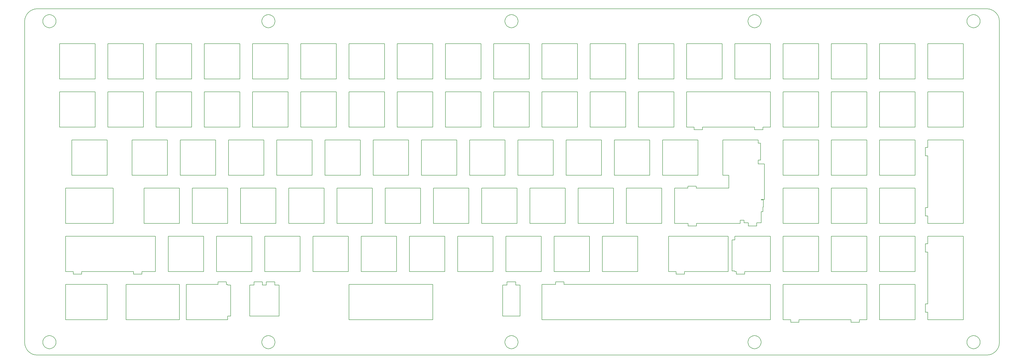
<source format=gbr>
G04 #@! TF.GenerationSoftware,KiCad,Pcbnew,(5.0.0)*
G04 #@! TF.CreationDate,2018-07-31T18:48:34-04:00*
G04 #@! TF.ProjectId,top_plate,746F705F706C6174652E6B696361645F,rev?*
G04 #@! TF.SameCoordinates,Original*
G04 #@! TF.FileFunction,Profile,NP*
%FSLAX46Y46*%
G04 Gerber Fmt 4.6, Leading zero omitted, Abs format (unit mm)*
G04 Created by KiCad (PCBNEW (5.0.0)) date 07/31/18 18:48:34*
%MOMM*%
%LPD*%
G01*
G04 APERTURE LIST*
G04 #@! TA.AperFunction,NonConductor*
%ADD10C,0.200000*%
G04 #@! TD*
G04 APERTURE END LIST*
D10*
G04 #@! TO.C,R1*
X252900000Y-8200000D02*
X252458300Y-8439700D01*
X152846300Y-6044000D02*
X152899100Y-5520000D01*
X152899100Y-5520000D02*
X153050600Y-5032000D01*
X253284800Y-4205500D02*
X253602300Y-4590300D01*
X251446300Y-3444000D02*
X251970300Y-3496800D01*
X153607800Y-4205500D02*
X153992600Y-3888000D01*
X155446300Y-3444000D02*
X155446300Y-3444000D01*
X253842000Y-7056000D02*
X253602300Y-7497700D01*
X153050600Y-5032000D02*
X153290300Y-4590300D01*
X154922300Y-3496800D02*
X155446300Y-3444000D01*
X251970300Y-3496800D02*
X252458300Y-3648300D01*
X253842000Y-5032000D02*
X253993500Y-5520000D01*
X154434300Y-3648300D02*
X154922300Y-3496800D01*
X252900000Y-3888000D02*
X253284800Y-4205500D01*
X254046300Y-6044000D02*
X253993500Y-6568000D01*
X253993500Y-6568000D02*
X253842000Y-7056000D01*
X253602300Y-7497700D02*
X253284800Y-7882500D01*
X253284800Y-7882500D02*
X252900000Y-8200000D01*
X153992600Y-3888000D02*
X154434300Y-3648300D01*
X253602300Y-4590300D02*
X253842000Y-5032000D01*
X253993500Y-5520000D02*
X254046300Y-6044000D01*
X153290300Y-4590300D02*
X153607800Y-4205500D01*
X252458300Y-3648300D02*
X252900000Y-3888000D01*
X156900000Y-135200000D02*
X156458300Y-135439700D01*
X157993500Y-132520000D02*
X158046300Y-133044000D01*
X58434400Y-135439700D02*
X57992700Y-135200000D01*
X57607900Y-134882500D02*
X57290400Y-134497700D01*
X57992700Y-130888000D02*
X58434400Y-130648300D01*
X58922400Y-130496800D02*
X59446400Y-130444000D01*
X155446300Y-130444000D02*
X155970300Y-130496800D01*
X154922300Y-135591200D02*
X154434300Y-135439700D01*
X153992600Y-135200000D02*
X153607800Y-134882500D01*
X57050700Y-134056000D02*
X56899200Y-133568000D01*
X155446300Y-135644000D02*
X154922300Y-135591200D01*
X61993600Y-133568000D02*
X61842100Y-134056000D01*
X61842100Y-134056000D02*
X61602400Y-134497700D01*
X61284900Y-134882500D02*
X60900100Y-135200000D01*
X56899200Y-132520000D02*
X57050700Y-132032000D01*
X57992700Y-135200000D02*
X57607900Y-134882500D01*
X57290400Y-131590300D02*
X57607900Y-131205500D01*
X156900000Y-130888000D02*
X157284800Y-131205500D01*
X62046400Y-133044000D02*
X61993600Y-133568000D01*
X56846400Y-133044000D02*
X56899200Y-132520000D01*
X157842000Y-132032000D02*
X157993500Y-132520000D01*
X157602300Y-131590300D02*
X157842000Y-132032000D01*
X158046300Y-133044000D02*
X157993500Y-133568000D01*
X157602300Y-134497700D02*
X157284800Y-134882500D01*
X155970300Y-135591200D02*
X155446300Y-135644000D01*
X61602400Y-134497700D02*
X61284900Y-134882500D01*
X60900100Y-135200000D02*
X60458400Y-135439700D01*
X61993600Y-132520000D02*
X62046400Y-133044000D01*
X59970400Y-135591200D02*
X59446400Y-135644000D01*
X59446400Y-135644000D02*
X58922400Y-135591200D01*
X58922400Y-135591200D02*
X58434400Y-135439700D01*
X58434400Y-130648300D02*
X58922400Y-130496800D01*
X155970300Y-130496800D02*
X156458300Y-130648300D01*
X57290400Y-134497700D02*
X57050700Y-134056000D01*
X60458400Y-135439700D02*
X59970400Y-135591200D01*
X57050700Y-132032000D02*
X57290400Y-131590300D01*
X157842000Y-134056000D02*
X157602300Y-134497700D01*
X156458300Y-130648300D02*
X156900000Y-130888000D01*
X157993500Y-133568000D02*
X157842000Y-134056000D01*
X157284800Y-131205500D02*
X157602300Y-131590300D01*
X157284800Y-134882500D02*
X156900000Y-135200000D01*
X156458300Y-135439700D02*
X155970300Y-135591200D01*
X59446400Y-130444000D02*
X59446400Y-130444000D01*
X154434300Y-135439700D02*
X153992600Y-135200000D01*
X56899200Y-133568000D02*
X56846400Y-133044000D01*
X57607900Y-131205500D02*
X57992700Y-130888000D01*
X-31842200Y-138149700D02*
X-32847700Y-138047800D01*
X-33785200Y-137755700D02*
X-34634400Y-137293800D01*
X-34634400Y-137293800D02*
X-35374800Y-136682400D01*
X343158000Y-138149700D02*
X-31842200Y-138149700D01*
X-32847700Y-138047800D02*
X-33785200Y-137755700D01*
X249290300Y-131590300D02*
X249607800Y-131205500D01*
X250434300Y-130648300D02*
X250922300Y-130496800D01*
X254046300Y-133044000D02*
X253993500Y-133568000D01*
X253842000Y-134056000D02*
X253602300Y-134497700D01*
X249992600Y-135200000D02*
X249607800Y-134882500D01*
X249290300Y-134497700D02*
X249050600Y-134056000D01*
X250922300Y-130496800D02*
X251446300Y-130444000D01*
X251446300Y-130444000D02*
X251446300Y-130444000D01*
X153290300Y-134497700D02*
X153050600Y-134056000D01*
X253284800Y-134882500D02*
X252900000Y-135200000D01*
X153290300Y-131590300D02*
X153607800Y-131205500D01*
X154922300Y-130496800D02*
X155446300Y-130444000D01*
X251446300Y-130444000D02*
X251970300Y-130496800D01*
X153992600Y-130888000D02*
X154434300Y-130648300D01*
X252458300Y-130648300D02*
X252900000Y-130888000D01*
X253993500Y-133568000D02*
X253842000Y-134056000D01*
X154434300Y-130648300D02*
X154922300Y-130496800D01*
X251970300Y-135591200D02*
X251446300Y-135644000D01*
X252458300Y-135439700D02*
X251970300Y-135591200D01*
X250922300Y-135591200D02*
X250434300Y-135439700D01*
X248846300Y-133044000D02*
X248899100Y-132520000D01*
X249050600Y-132032000D02*
X249290300Y-131590300D01*
X153607800Y-131205500D02*
X153992600Y-130888000D01*
X153050600Y-134056000D02*
X152899100Y-133568000D01*
X152846300Y-133044000D02*
X152899100Y-132520000D01*
X251970300Y-130496800D02*
X252458300Y-130648300D01*
X252900000Y-130888000D02*
X253284800Y-131205500D01*
X253602300Y-131590300D02*
X253842000Y-132032000D01*
X155446300Y-130444000D02*
X155446300Y-130444000D01*
X153607800Y-134882500D02*
X153290300Y-134497700D01*
X253842000Y-132032000D02*
X253993500Y-132520000D01*
X253993500Y-132520000D02*
X254046300Y-133044000D01*
X249607800Y-134882500D02*
X249290300Y-134497700D01*
X152899100Y-133568000D02*
X152846300Y-133044000D01*
X152899100Y-132520000D02*
X153050600Y-132032000D01*
X253284800Y-131205500D02*
X253602300Y-131590300D01*
X253602300Y-134497700D02*
X253284800Y-134882500D01*
X251446300Y-135644000D02*
X250922300Y-135591200D01*
X248899100Y-133568000D02*
X248846300Y-133044000D01*
X248899100Y-132520000D02*
X249050600Y-132032000D01*
X249607800Y-131205500D02*
X249992600Y-130888000D01*
X249992600Y-130888000D02*
X250434300Y-130648300D01*
X249050600Y-134056000D02*
X248899100Y-133568000D01*
X153050600Y-132032000D02*
X153290300Y-131590300D01*
X252900000Y-135200000D02*
X252458300Y-135439700D01*
X250434300Y-135439700D02*
X249992600Y-135200000D01*
X339784800Y-4205500D02*
X340102300Y-4590300D01*
X340546300Y-6044000D02*
X340493500Y-6568000D01*
X337946300Y-8644000D02*
X337422300Y-8591200D01*
X340342000Y-7056000D02*
X340102300Y-7497700D01*
X340102300Y-7497700D02*
X339784800Y-7882500D01*
X339400000Y-8200000D02*
X338958300Y-8439700D01*
X338958300Y-8439700D02*
X338470300Y-8591200D01*
X336934300Y-8439700D02*
X336492600Y-8200000D01*
X335346300Y-6044000D02*
X335399100Y-5520000D01*
X340102300Y-4590300D02*
X340342000Y-5032000D01*
X340342000Y-5032000D02*
X340493500Y-5520000D01*
X340493500Y-5520000D02*
X340546300Y-6044000D01*
X339784800Y-7882500D02*
X339400000Y-8200000D01*
X338470300Y-8591200D02*
X337946300Y-8644000D01*
X337422300Y-8591200D02*
X336934300Y-8439700D01*
X335790300Y-7497700D02*
X335550600Y-7056000D01*
X335399100Y-6568000D02*
X335346300Y-6044000D01*
X336107800Y-7882500D02*
X335790300Y-7497700D01*
X335399100Y-5520000D02*
X335550600Y-5032000D01*
X335550600Y-5032000D02*
X335790300Y-4590300D01*
X340493500Y-6568000D02*
X340342000Y-7056000D01*
X336492600Y-8200000D02*
X336107800Y-7882500D01*
X335550600Y-7056000D02*
X335399100Y-6568000D01*
X-26041700Y-8439700D02*
X-26529700Y-8591200D01*
X-29209700Y-7497700D02*
X-29449400Y-7056000D01*
X-29449400Y-7056000D02*
X-29600900Y-6568000D01*
X-28892200Y-7882500D02*
X-29209700Y-7497700D01*
X-27053700Y-8644000D02*
X-27577700Y-8591200D01*
X-26529700Y-8591200D02*
X-27053700Y-8644000D01*
X-28065700Y-8439700D02*
X-28507400Y-8200000D01*
X-27577700Y-8591200D02*
X-28065700Y-8439700D01*
X-25215200Y-7882500D02*
X-25600000Y-8200000D01*
X-25600000Y-8200000D02*
X-26041700Y-8439700D01*
X-28507400Y-8200000D02*
X-28892200Y-7882500D01*
X59446400Y-8644000D02*
X58922400Y-8591200D01*
X58922400Y-8591200D02*
X58434400Y-8439700D01*
X61284900Y-7882500D02*
X60900100Y-8200000D01*
X57992700Y-8200000D02*
X57607900Y-7882500D01*
X57290400Y-7497700D02*
X57050700Y-7056000D01*
X60900100Y-8200000D02*
X60458400Y-8439700D01*
X59970400Y-8591200D02*
X59446400Y-8644000D01*
X58434400Y-8439700D02*
X57992700Y-8200000D01*
X57050700Y-7056000D02*
X56899200Y-6568000D01*
X57607900Y-7882500D02*
X57290400Y-7497700D01*
X60458400Y-8439700D02*
X59970400Y-8591200D01*
X249992600Y-8200000D02*
X249607800Y-7882500D01*
X249607800Y-4205500D02*
X249992600Y-3888000D01*
X249290300Y-7497700D02*
X249050600Y-7056000D01*
X338958300Y-3648300D02*
X339400000Y-3888000D01*
X337946300Y-3444000D02*
X338470300Y-3496800D01*
X249607800Y-7882500D02*
X249290300Y-7497700D01*
X248846300Y-6044000D02*
X248899100Y-5520000D01*
X249290300Y-4590300D02*
X249607800Y-4205500D01*
X251970300Y-8591200D02*
X251446300Y-8644000D01*
X251446300Y-3444000D02*
X251446300Y-3444000D01*
X338470300Y-3496800D02*
X338958300Y-3648300D01*
X250434300Y-8439700D02*
X249992600Y-8200000D01*
X250922300Y-8591200D02*
X250434300Y-8439700D01*
X249050600Y-5032000D02*
X249290300Y-4590300D01*
X252458300Y-8439700D02*
X251970300Y-8591200D01*
X249050600Y-7056000D02*
X248899100Y-6568000D01*
X249992600Y-3888000D02*
X250434300Y-3648300D01*
X250922300Y-3496800D02*
X251446300Y-3444000D01*
X251446300Y-8644000D02*
X250922300Y-8591200D01*
X248899100Y-6568000D02*
X248846300Y-6044000D01*
X248899100Y-5520000D02*
X249050600Y-5032000D01*
X339400000Y-3888000D02*
X339784800Y-4205500D01*
X250434300Y-3648300D02*
X250922300Y-3496800D01*
X245788800Y-84818400D02*
X247313800Y-84818400D01*
X254063800Y-76768400D02*
X254063800Y-76543400D01*
X241313800Y-67018400D02*
X241313800Y-72068400D01*
X-1861200Y-86068400D02*
X-1861200Y-72068400D01*
X24332800Y-72068400D02*
X10332800Y-72068400D01*
X29382800Y-72068400D02*
X29382800Y-72068400D01*
X48432800Y-86068400D02*
X62432800Y-86068400D01*
X62432800Y-72068400D02*
X48432800Y-72068400D01*
X67482800Y-72068400D02*
X67482800Y-86068400D01*
X81482800Y-86068400D02*
X81482800Y-72068400D01*
X67482800Y-72068400D02*
X67482800Y-72068400D01*
X86532800Y-86068400D02*
X100532800Y-86068400D01*
X253843800Y-54268400D02*
X252932800Y-54268400D01*
X252338800Y-87038400D02*
X252338800Y-85838400D01*
X228395300Y-72068400D02*
X228395300Y-72068400D01*
X10332800Y-72068400D02*
X10332800Y-72068400D01*
X228537800Y-86068400D02*
X245788800Y-86068400D01*
X228537800Y-87038400D02*
X228537800Y-86068400D01*
X254888800Y-76768400D02*
X254063800Y-76768400D01*
X255313800Y-62543400D02*
X252932800Y-62543400D01*
X-20623200Y-72068400D02*
X-20623200Y-86068400D01*
X10332800Y-86068400D02*
X24332800Y-86068400D01*
X24332800Y-86068400D02*
X24332800Y-72068400D01*
X238932800Y-67018400D02*
X241313800Y-67018400D01*
X29382800Y-86068400D02*
X43382800Y-86068400D01*
X225238800Y-87038400D02*
X228537800Y-87038400D01*
X254746300Y-81368400D02*
X254746300Y-79568400D01*
X254063800Y-76543400D02*
X255313800Y-76543400D01*
X255313800Y-76543400D02*
X255313800Y-62543400D01*
X254888800Y-79568400D02*
X254888800Y-76768400D01*
X252932800Y-61018400D02*
X253843800Y-61018400D01*
X253843800Y-61018400D02*
X253843800Y-54268400D01*
X249038800Y-85838400D02*
X249038800Y-87038400D01*
X249038800Y-87038400D02*
X252338800Y-87038400D01*
X247313800Y-84818400D02*
X247313800Y-85838400D01*
X241313800Y-72068400D02*
X228395300Y-72068400D01*
X10332800Y-72068400D02*
X10332800Y-86068400D01*
X254063800Y-81368400D02*
X254746300Y-81368400D01*
X254746300Y-79568400D02*
X254888800Y-79568400D01*
X254063800Y-85838400D02*
X254063800Y-81368400D01*
X252932800Y-53018400D02*
X238932800Y-53018400D01*
X252932800Y-54268400D02*
X252932800Y-53018400D01*
X-1861200Y-72068400D02*
X-20623200Y-72068400D01*
X43382800Y-86068400D02*
X43382800Y-72068400D01*
X43382800Y-72068400D02*
X29382800Y-72068400D01*
X245788800Y-86068400D02*
X245788800Y-84818400D01*
X252932800Y-62543400D02*
X252932800Y-61018400D01*
X247313800Y-85838400D02*
X249038800Y-85838400D01*
X252338800Y-85838400D02*
X254063800Y-85838400D01*
X238932800Y-53018400D02*
X238932800Y-67018400D01*
X-20623200Y-86068400D02*
X-1861200Y-86068400D01*
X-20623200Y-72068400D02*
X-20623200Y-72068400D01*
X29382800Y-72068400D02*
X29382800Y-86068400D01*
X48432800Y-72068400D02*
X48432800Y-86068400D01*
X62432800Y-86068400D02*
X62432800Y-72068400D01*
X48432800Y-72068400D02*
X48432800Y-72068400D01*
X67482800Y-86068400D02*
X81482800Y-86068400D01*
X81482800Y-72068400D02*
X67482800Y-72068400D01*
X86532800Y-72068400D02*
X86532800Y-86068400D01*
X100532800Y-86068400D02*
X100532800Y-72068400D01*
X100532800Y-72068400D02*
X86532800Y-72068400D01*
X86532800Y-72068400D02*
X86532800Y-72068400D01*
X105582800Y-72068400D02*
X105582800Y-86068400D01*
X105582800Y-86068400D02*
X119582800Y-86068400D01*
X138632800Y-72068400D02*
X124632800Y-72068400D01*
X162732800Y-72068400D02*
X162732800Y-86068400D01*
X157682800Y-86068400D02*
X157682800Y-72068400D01*
X124632800Y-72068400D02*
X124632800Y-72068400D01*
X195782800Y-86068400D02*
X195782800Y-72068400D01*
X119582800Y-72068400D02*
X105582800Y-72068400D01*
X176732800Y-86068400D02*
X176732800Y-72068400D01*
X200832800Y-86068400D02*
X214832800Y-86068400D01*
X262745800Y-72068400D02*
X262745800Y-86068400D01*
X124632800Y-72068400D02*
X124632800Y-86068400D01*
X200832800Y-72068400D02*
X200832800Y-72068400D01*
X143682800Y-86068400D02*
X157682800Y-86068400D01*
X200832800Y-72068400D02*
X200832800Y-86068400D01*
X276745800Y-72068400D02*
X262745800Y-72068400D01*
X181782800Y-86068400D02*
X195782800Y-86068400D01*
X262745800Y-86068400D02*
X276745800Y-86068400D01*
X143682800Y-72068400D02*
X143682800Y-72068400D01*
X276745800Y-86068400D02*
X276745800Y-72068400D01*
X262745800Y-72068400D02*
X262745800Y-72068400D01*
X143682800Y-72068400D02*
X143682800Y-86068400D01*
X157682800Y-72068400D02*
X143682800Y-72068400D01*
X162732800Y-72068400D02*
X162732800Y-72068400D01*
X281795800Y-72068400D02*
X281795800Y-86068400D01*
X281795800Y-86068400D02*
X295795800Y-86068400D01*
X295795800Y-72068400D02*
X281795800Y-72068400D01*
X119582800Y-86068400D02*
X119582800Y-72068400D01*
X138632800Y-86068400D02*
X138632800Y-72068400D01*
X162732800Y-86068400D02*
X176732800Y-86068400D01*
X214832800Y-86068400D02*
X214832800Y-72068400D01*
X181782800Y-72068400D02*
X181782800Y-86068400D01*
X214832800Y-72068400D02*
X200832800Y-72068400D01*
X295795800Y-86068400D02*
X295795800Y-72068400D01*
X281795800Y-72068400D02*
X281795800Y-72068400D01*
X105582800Y-72068400D02*
X105582800Y-72068400D01*
X124632800Y-86068400D02*
X138632800Y-86068400D01*
X300845800Y-72068400D02*
X300845800Y-86068400D01*
X300845800Y-86068400D02*
X314845800Y-86068400D01*
X176732800Y-72068400D02*
X162732800Y-72068400D01*
X195782800Y-72068400D02*
X181782800Y-72068400D01*
X181782800Y-72068400D02*
X181782800Y-72068400D01*
X58545800Y-110397400D02*
X58545800Y-109197400D01*
X58545800Y-109197400D02*
X61970800Y-109197400D01*
X53788800Y-109197400D02*
X57088800Y-109197400D01*
X63695800Y-122697400D02*
X52063800Y-122697400D01*
X44519800Y-122697400D02*
X44519800Y-119466400D01*
X44519800Y-114867400D02*
X44519800Y-114867400D01*
X262745800Y-124167400D02*
X265720800Y-124167400D01*
X269020800Y-125137400D02*
X269020800Y-124167400D01*
X124345800Y-119467400D02*
X124345800Y-114868400D01*
X91294800Y-119467400D02*
X91294800Y-124167400D01*
X265720800Y-125137400D02*
X269020800Y-125137400D01*
X289520800Y-124167400D02*
X289520800Y-125137400D01*
X289520800Y-125137400D02*
X292820800Y-125137400D01*
X-20623200Y-110167400D02*
X-20623200Y-124167400D01*
X-4242200Y-124167400D02*
X-4242200Y-110167400D01*
X3188800Y-110167400D02*
X3188800Y-124167400D01*
X24332800Y-124167400D02*
X24332800Y-110167400D01*
X124345800Y-114868400D02*
X124345800Y-110167400D01*
X124345800Y-124167400D02*
X124345800Y-119467400D01*
X52063800Y-119466400D02*
X52063800Y-114867400D01*
X-4242200Y-110167400D02*
X-20623200Y-110167400D01*
X39494800Y-110167400D02*
X27001800Y-110167400D01*
X61970800Y-110397400D02*
X63695800Y-110397400D01*
X24332800Y-110167400D02*
X3188800Y-110167400D01*
X3188800Y-110167400D02*
X3188800Y-110167400D01*
X91294800Y-124167400D02*
X124345800Y-124167400D01*
X52063800Y-110397400D02*
X53788800Y-110397400D01*
X63695800Y-119466400D02*
X63695800Y-122697400D01*
X53788800Y-110397400D02*
X53788800Y-109197400D01*
X63695800Y-114867400D02*
X63695800Y-114867400D01*
X43382800Y-110397400D02*
X43382800Y-110167400D01*
X57088800Y-110397400D02*
X58545800Y-110397400D01*
X42794800Y-109197400D02*
X39494800Y-109197400D01*
X57088800Y-109197400D02*
X57088800Y-110397400D01*
X61970800Y-109197400D02*
X61970800Y-110397400D01*
X124345800Y-119467400D02*
X124345800Y-119467400D01*
X43382800Y-110167400D02*
X42794800Y-110167400D01*
X39494800Y-109197400D02*
X39494800Y-110167400D01*
X52063800Y-114867400D02*
X52063800Y-110397400D01*
X91294800Y-114868400D02*
X91294800Y-119467400D01*
X52063800Y-122697400D02*
X52063800Y-119466400D01*
X63695800Y-110397400D02*
X63695800Y-114867400D01*
X42794800Y-110167400D02*
X42794800Y-109197400D01*
X27001800Y-110167400D02*
X27001800Y-124167400D01*
X124345800Y-110167400D02*
X91294800Y-110167400D01*
X91294800Y-110167400D02*
X91294800Y-114868400D01*
X43382800Y-124167400D02*
X43382800Y-122697400D01*
X63695800Y-114867400D02*
X63695800Y-119466400D01*
X44519800Y-110397400D02*
X43382800Y-110397400D01*
X44519800Y-114867400D02*
X44519800Y-110397400D01*
X27001800Y-124167400D02*
X43382800Y-124167400D01*
X43382800Y-122697400D02*
X44519800Y-122697400D01*
X44519800Y-119466400D02*
X44519800Y-114867400D01*
X262745800Y-110167400D02*
X262745800Y-124167400D01*
X265720800Y-124167400D02*
X265720800Y-125137400D01*
X269020800Y-124167400D02*
X289520800Y-124167400D01*
X292820800Y-125137400D02*
X292820800Y-124167400D01*
X292820800Y-124167400D02*
X295795800Y-124167400D01*
X295795800Y-124167400D02*
X295795800Y-110167400D01*
X295795800Y-110167400D02*
X262745800Y-110167400D01*
X262745800Y-110167400D02*
X262745800Y-110167400D01*
X-20623200Y-124167400D02*
X-4242200Y-124167400D01*
X-20623200Y-110167400D02*
X-20623200Y-110167400D01*
X3188800Y-124167400D02*
X24332800Y-124167400D01*
X167495800Y-110167400D02*
X172845800Y-110167400D01*
X319895800Y-121193400D02*
X319895800Y-124167400D01*
X319895800Y-91118400D02*
X319895800Y-91118400D01*
X238645800Y-110167400D02*
X257695800Y-110167400D01*
X176145800Y-109197400D02*
X176145800Y-110167400D01*
X172845800Y-110167400D02*
X172845800Y-109197400D01*
X319895800Y-124167400D02*
X333895800Y-124167400D01*
X319895800Y-94093400D02*
X318925800Y-94093400D01*
X257695800Y-124167400D02*
X238645800Y-124167400D01*
X-17648200Y-106088400D02*
X-14348200Y-106088400D01*
X167495800Y-124167400D02*
X167495800Y-119466400D01*
X300845800Y-110167400D02*
X300845800Y-124167400D01*
X167495800Y-114867400D02*
X167495800Y-110167400D01*
X186257800Y-110167400D02*
X238645800Y-110167400D01*
X314845800Y-124167400D02*
X314845800Y-110167400D01*
X318925800Y-97393400D02*
X319895800Y-97393400D01*
X186257800Y-124167400D02*
X167495800Y-124167400D01*
X300845800Y-110167400D02*
X300845800Y-110167400D01*
X318925800Y-117893400D02*
X318925800Y-121193400D01*
X319895800Y-97393400D02*
X319895800Y-117893400D01*
X333895800Y-91118400D02*
X319895800Y-91118400D01*
X318925800Y-121193400D02*
X319895800Y-121193400D01*
X-20623200Y-91118400D02*
X-20623200Y-105118400D01*
X319895800Y-117893400D02*
X318925800Y-117893400D01*
X314845800Y-110167400D02*
X300845800Y-110167400D01*
X172845800Y-109197400D02*
X176145800Y-109197400D01*
X-14348200Y-106088400D02*
X-14348200Y-105118400D01*
X-20623200Y-105118400D02*
X-17648200Y-105118400D01*
X167495800Y-119466400D02*
X167495800Y-114867400D01*
X257695800Y-110167400D02*
X257695800Y-124167400D01*
X186257800Y-110167400D02*
X186257800Y-110167400D01*
X333895800Y-124167400D02*
X333895800Y-91118400D01*
X-17648200Y-105118400D02*
X-17648200Y-106088400D01*
X319895800Y-91118400D02*
X319895800Y-94093400D01*
X318925800Y-94093400D02*
X318925800Y-97393400D01*
X300845800Y-124167400D02*
X314845800Y-124167400D01*
X-14348200Y-105118400D02*
X6151800Y-105118400D01*
X176145800Y-110167400D02*
X186257800Y-110167400D01*
X6151800Y-105118400D02*
X6151800Y-106088400D01*
X238645800Y-124167400D02*
X186257800Y-124167400D01*
X314845800Y-33968400D02*
X300845800Y-33968400D01*
X-23004200Y-14918400D02*
X-23004200Y-28918400D01*
X29095800Y-14918400D02*
X15095800Y-14918400D01*
X300845800Y-33968400D02*
X300845800Y-47968400D01*
X34145800Y-14918400D02*
X34145800Y-28918400D01*
X-9004200Y-28918400D02*
X-9004200Y-14918400D01*
X86244800Y-28918400D02*
X86244800Y-14918400D01*
X72244800Y-14918400D02*
X72244800Y-14918400D01*
X205595800Y-33968400D02*
X205595800Y-33968400D01*
X281795800Y-47968400D02*
X295795800Y-47968400D01*
X262745800Y-47968400D02*
X276745800Y-47968400D01*
X-23004200Y-28918400D02*
X-9004200Y-28918400D01*
X110345800Y-14918400D02*
X110345800Y-28918400D01*
X124345800Y-28918400D02*
X124345800Y-14918400D01*
X110345800Y-14918400D02*
X110345800Y-14918400D01*
X129395800Y-28918400D02*
X143395800Y-28918400D01*
X281795800Y-33968400D02*
X281795800Y-33968400D01*
X295795800Y-33968400D02*
X281795800Y-33968400D01*
X314845800Y-47968400D02*
X314845800Y-33968400D01*
X15095800Y-14918400D02*
X15095800Y-28918400D01*
X15095800Y-28918400D02*
X29095800Y-28918400D01*
X48145800Y-14918400D02*
X34145800Y-14918400D01*
X48145800Y-28918400D02*
X48145800Y-14918400D01*
X10045800Y-28918400D02*
X10045800Y-14918400D01*
X300845800Y-33968400D02*
X300845800Y-33968400D01*
X295795800Y-47968400D02*
X295795800Y-33968400D01*
X319895800Y-33968400D02*
X319895800Y-47968400D01*
X333895800Y-47968400D02*
X333895800Y-33968400D01*
X262745800Y-33968400D02*
X262745800Y-47968400D01*
X34145800Y-28918400D02*
X48145800Y-28918400D01*
X-3954200Y-14918400D02*
X-3954200Y-14918400D01*
X-9004200Y-14918400D02*
X-23004200Y-14918400D01*
X67195800Y-28918400D02*
X67195800Y-14918400D01*
X67195800Y-14918400D02*
X53195800Y-14918400D01*
X300845800Y-47968400D02*
X314845800Y-47968400D01*
X53195800Y-14918400D02*
X53195800Y-14918400D01*
X276745800Y-33968400D02*
X262745800Y-33968400D01*
X319895800Y-47968400D02*
X333895800Y-47968400D01*
X281795800Y-33968400D02*
X281795800Y-47968400D01*
X276745800Y-47968400D02*
X276745800Y-33968400D01*
X333895800Y-33968400D02*
X319895800Y-33968400D01*
X-23004200Y-14918400D02*
X-23004200Y-14918400D01*
X-3954200Y-14918400D02*
X-3954200Y-28918400D01*
X15095800Y-14918400D02*
X15095800Y-14918400D01*
X262745800Y-33968400D02*
X262745800Y-33968400D01*
X10045800Y-14918400D02*
X-3954200Y-14918400D01*
X319895800Y-33968400D02*
X319895800Y-33968400D01*
X-3954200Y-28918400D02*
X10045800Y-28918400D01*
X29095800Y-28918400D02*
X29095800Y-14918400D01*
X53195800Y-14918400D02*
X53195800Y-28918400D01*
X72244800Y-14918400D02*
X72244800Y-28918400D01*
X53195800Y-28918400D02*
X67195800Y-28918400D01*
X72244800Y-28918400D02*
X86244800Y-28918400D01*
X34145800Y-14918400D02*
X34145800Y-14918400D01*
X86244800Y-14918400D02*
X72244800Y-14918400D01*
X91294800Y-14918400D02*
X91294800Y-28918400D01*
X91294800Y-28918400D02*
X105295800Y-28918400D01*
X105295800Y-28918400D02*
X105295800Y-14918400D01*
X105295800Y-14918400D02*
X91294800Y-14918400D01*
X91294800Y-14918400D02*
X91294800Y-14918400D01*
X110345800Y-28918400D02*
X124345800Y-28918400D01*
X124345800Y-14918400D02*
X110345800Y-14918400D01*
X129395800Y-14918400D02*
X129395800Y-28918400D01*
X143395800Y-28918400D02*
X143395800Y-14918400D01*
X148445800Y-14918400D02*
X148445800Y-14918400D01*
X219595800Y-14918400D02*
X205595800Y-14918400D01*
X181495800Y-14918400D02*
X167495800Y-14918400D01*
X243695800Y-28918400D02*
X257695800Y-28918400D01*
X200545800Y-14918400D02*
X186545800Y-14918400D01*
X300845800Y-14918400D02*
X300845800Y-14918400D01*
X129395800Y-14918400D02*
X129395800Y-14918400D01*
X257695800Y-14918400D02*
X243695800Y-14918400D01*
X257695800Y-28918400D02*
X257695800Y-14918400D01*
X224645800Y-28918400D02*
X238645800Y-28918400D01*
X224645800Y-14918400D02*
X224645800Y-14918400D01*
X148445800Y-28918400D02*
X162445800Y-28918400D01*
X262745800Y-14918400D02*
X262745800Y-28918400D01*
X181495800Y-28918400D02*
X181495800Y-14918400D01*
X219595800Y-28918400D02*
X219595800Y-14918400D01*
X276745800Y-14918400D02*
X262745800Y-14918400D01*
X281795800Y-14918400D02*
X281795800Y-28918400D01*
X167495800Y-28918400D02*
X181495800Y-28918400D01*
X167495800Y-14918400D02*
X167495800Y-14918400D01*
X186545800Y-14918400D02*
X186545800Y-28918400D01*
X148445800Y-14918400D02*
X148445800Y-28918400D01*
X238645800Y-14918400D02*
X224645800Y-14918400D01*
X200545800Y-28918400D02*
X200545800Y-14918400D01*
X262745800Y-28918400D02*
X276745800Y-28918400D01*
X143395800Y-14918400D02*
X129395800Y-14918400D01*
X162445800Y-14918400D02*
X148445800Y-14918400D01*
X205595800Y-14918400D02*
X205595800Y-28918400D01*
X205595800Y-28918400D02*
X219595800Y-28918400D01*
X224645800Y-14918400D02*
X224645800Y-28918400D01*
X243695800Y-14918400D02*
X243695800Y-28918400D01*
X243695800Y-14918400D02*
X243695800Y-14918400D01*
X276745800Y-28918400D02*
X276745800Y-14918400D01*
X262745800Y-14918400D02*
X262745800Y-14918400D01*
X162445800Y-28918400D02*
X162445800Y-14918400D01*
X186545800Y-14918400D02*
X186545800Y-14918400D01*
X205595800Y-14918400D02*
X205595800Y-14918400D01*
X167495800Y-14918400D02*
X167495800Y-28918400D01*
X238645800Y-28918400D02*
X238645800Y-14918400D01*
X281795800Y-28918400D02*
X295795800Y-28918400D01*
X295795800Y-28918400D02*
X295795800Y-14918400D01*
X281795800Y-14918400D02*
X281795800Y-14918400D01*
X300845800Y-28918400D02*
X314845800Y-28918400D01*
X186545800Y-28918400D02*
X200545800Y-28918400D01*
X314845800Y-28918400D02*
X314845800Y-14918400D01*
X314845800Y-14918400D02*
X300845800Y-14918400D01*
X295795800Y-14918400D02*
X281795800Y-14918400D01*
X300845800Y-14918400D02*
X300845800Y-28918400D01*
X319895800Y-14918400D02*
X319895800Y-28918400D01*
X319895800Y-28918400D02*
X333895800Y-28918400D01*
X333895800Y-14918400D02*
X319895800Y-14918400D01*
X319895800Y-14918400D02*
X319895800Y-14918400D01*
X333895800Y-28918400D02*
X333895800Y-14918400D01*
X29095800Y-47968400D02*
X29095800Y-33968400D01*
X29095800Y-33968400D02*
X15095800Y-33968400D01*
X105295800Y-33968400D02*
X91294800Y-33968400D01*
X10045800Y-47968400D02*
X10045800Y-33968400D01*
X110345800Y-33968400D02*
X110345800Y-47968400D01*
X110345800Y-33968400D02*
X110345800Y-33968400D01*
X143395800Y-47968400D02*
X143395800Y-33968400D01*
X148445800Y-33968400D02*
X148445800Y-47968400D01*
X-23004200Y-47968400D02*
X-9004200Y-47968400D01*
X-3954200Y-47968400D02*
X10045800Y-47968400D01*
X148445800Y-33968400D02*
X148445800Y-33968400D01*
X67195800Y-47968400D02*
X67195800Y-33968400D01*
X181495800Y-47968400D02*
X181495800Y-33968400D01*
X-9004200Y-33968400D02*
X-23004200Y-33968400D01*
X186545800Y-33968400D02*
X186545800Y-47968400D01*
X72244800Y-33968400D02*
X72244800Y-47968400D01*
X200545800Y-33968400D02*
X186545800Y-33968400D01*
X254720800Y-47968400D02*
X257695800Y-47968400D01*
X48145800Y-33968400D02*
X34145800Y-33968400D01*
X53195800Y-33968400D02*
X53195800Y-33968400D01*
X129395800Y-33968400D02*
X129395800Y-33968400D01*
X129395800Y-33968400D02*
X129395800Y-47968400D01*
X-23004200Y-33968400D02*
X-23004200Y-33968400D01*
X86244800Y-33968400D02*
X72244800Y-33968400D01*
X72244800Y-47968400D02*
X86244800Y-47968400D01*
X124345800Y-47968400D02*
X124345800Y-33968400D01*
X72244800Y-33968400D02*
X72244800Y-33968400D01*
X34145800Y-47968400D02*
X48145800Y-47968400D01*
X48145800Y-47968400D02*
X48145800Y-33968400D01*
X67195800Y-33968400D02*
X53195800Y-33968400D01*
X86244800Y-47968400D02*
X86244800Y-33968400D01*
X254720800Y-48938400D02*
X254720800Y-47968400D01*
X-3954200Y-33968400D02*
X-3954200Y-33968400D01*
X-3954200Y-33968400D02*
X-3954200Y-47968400D01*
X15095800Y-33968400D02*
X15095800Y-47968400D01*
X15095800Y-47968400D02*
X29095800Y-47968400D01*
X15095800Y-33968400D02*
X15095800Y-33968400D01*
X91294800Y-47968400D02*
X105295800Y-47968400D01*
X105295800Y-47968400D02*
X105295800Y-33968400D01*
X224645800Y-33968400D02*
X224645800Y-33968400D01*
X-23004200Y-33968400D02*
X-23004200Y-47968400D01*
X-9004200Y-47968400D02*
X-9004200Y-33968400D01*
X10045800Y-33968400D02*
X-3954200Y-33968400D01*
X53195800Y-47968400D02*
X67195800Y-47968400D01*
X257695800Y-47968400D02*
X257695800Y-33968400D01*
X257695800Y-33968400D02*
X224645800Y-33968400D01*
X34145800Y-33968400D02*
X34145800Y-33968400D01*
X53195800Y-33968400D02*
X53195800Y-47968400D01*
X34145800Y-33968400D02*
X34145800Y-47968400D01*
X91294800Y-33968400D02*
X91294800Y-47968400D01*
X91294800Y-33968400D02*
X91294800Y-33968400D01*
X110345800Y-47968400D02*
X124345800Y-47968400D01*
X124345800Y-33968400D02*
X110345800Y-33968400D01*
X129395800Y-47968400D02*
X143395800Y-47968400D01*
X143395800Y-33968400D02*
X129395800Y-33968400D01*
X148445800Y-47968400D02*
X162445800Y-47968400D01*
X162445800Y-47968400D02*
X162445800Y-33968400D01*
X162445800Y-33968400D02*
X148445800Y-33968400D01*
X167495800Y-33968400D02*
X167495800Y-47968400D01*
X167495800Y-47968400D02*
X181495800Y-47968400D01*
X181495800Y-33968400D02*
X167495800Y-33968400D01*
X167495800Y-33968400D02*
X167495800Y-33968400D01*
X186545800Y-47968400D02*
X200545800Y-47968400D01*
X200545800Y-47968400D02*
X200545800Y-33968400D01*
X219595800Y-47968400D02*
X219595800Y-33968400D01*
X219595800Y-33968400D02*
X205595800Y-33968400D01*
X205595800Y-47968400D02*
X219595800Y-47968400D01*
X186545800Y-33968400D02*
X186545800Y-33968400D01*
X205595800Y-33968400D02*
X205595800Y-47968400D01*
X156900000Y-3888000D02*
X157284800Y-4205500D01*
X157993500Y-6568000D02*
X157842000Y-7056000D01*
X157842000Y-7056000D02*
X157602300Y-7497700D01*
X156900000Y-8200000D02*
X156458300Y-8439700D01*
X157602300Y-7497700D02*
X157284800Y-7882500D01*
X157842000Y-5032000D02*
X157993500Y-5520000D01*
X155446300Y-8644000D02*
X154922300Y-8591200D01*
X157284800Y-7882500D02*
X156900000Y-8200000D01*
X156458300Y-8439700D02*
X155970300Y-8591200D01*
X155970300Y-3496800D02*
X156458300Y-3648300D01*
X157602300Y-4590300D02*
X157842000Y-5032000D01*
X153992600Y-8200000D02*
X153607800Y-7882500D01*
X156458300Y-3648300D02*
X156900000Y-3888000D01*
X155970300Y-8591200D02*
X155446300Y-8644000D01*
X153607800Y-7882500D02*
X153290300Y-7497700D01*
X157993500Y-5520000D02*
X158046300Y-6044000D01*
X153290300Y-7497700D02*
X153050600Y-7056000D01*
X152899100Y-6568000D02*
X152846300Y-6044000D01*
X153050600Y-7056000D02*
X152899100Y-6568000D01*
X158046300Y-6044000D02*
X157993500Y-6568000D01*
X157284800Y-4205500D02*
X157602300Y-4590300D01*
X154922300Y-8591200D02*
X154434300Y-8439700D01*
X154434300Y-8439700D02*
X153992600Y-8200000D01*
X347763900Y-4206700D02*
X348056000Y-5144200D01*
X347302000Y-3357500D02*
X347763900Y-4206700D01*
X348056000Y-5144200D02*
X348157900Y-6149700D01*
X-33785200Y-1543700D02*
X-32847700Y-1251600D01*
X343158000Y-1149700D02*
X344163500Y-1251600D01*
X345101000Y-1543700D02*
X345950200Y-2005600D01*
X346690600Y-2617000D02*
X347302000Y-3357500D01*
X-31842200Y-1149700D02*
X343158000Y-1149700D01*
X345950200Y-2005600D02*
X346690600Y-2617000D01*
X344163500Y-1251600D02*
X345101000Y-1543700D01*
X-32847700Y-1251600D02*
X-31842200Y-1149700D01*
X-35374800Y-136682400D02*
X-35986200Y-135941900D01*
X-36448100Y-135092700D02*
X-36740200Y-134155200D01*
X-36740200Y-5144200D02*
X-36448100Y-4206700D01*
X-36448100Y-4206700D02*
X-35986200Y-3357500D01*
X-36842100Y-6149700D02*
X-36740200Y-5144200D01*
X-35986200Y-3357500D02*
X-35374800Y-2617000D01*
X-35374800Y-2617000D02*
X-34634400Y-2005600D01*
X-34634400Y-2005600D02*
X-33785200Y-1543700D01*
X-35986200Y-135941900D02*
X-36448100Y-135092700D01*
X-36740200Y-134155200D02*
X-36842100Y-133149700D01*
X-36842100Y-133149700D02*
X-36842100Y-6149700D01*
X-29653700Y-6044000D02*
X-29600900Y-5520000D01*
X-29449400Y-5032000D02*
X-29209700Y-4590300D01*
X-29209700Y-4590300D02*
X-28892200Y-4205500D01*
X-29600900Y-5520000D02*
X-29449400Y-5032000D01*
X-28507400Y-3888000D02*
X-28065700Y-3648300D01*
X-27053700Y-3444000D02*
X-27053700Y-3444000D01*
X59446400Y-3444000D02*
X59970400Y-3496800D01*
X-28892200Y-4205500D02*
X-28507400Y-3888000D01*
X-28065700Y-3648300D02*
X-27577700Y-3496800D01*
X-27577700Y-3496800D02*
X-27053700Y-3444000D01*
X-29600900Y-6568000D02*
X-29653700Y-6044000D01*
X62046400Y-6044000D02*
X61993600Y-6568000D01*
X61842100Y-5032000D02*
X61993600Y-5520000D01*
X61993600Y-6568000D02*
X61842100Y-7056000D01*
X60458400Y-3648300D02*
X60900100Y-3888000D01*
X61842100Y-7056000D02*
X61602400Y-7497700D01*
X61602400Y-7497700D02*
X61284900Y-7882500D01*
X59970400Y-3496800D02*
X60458400Y-3648300D01*
X61602400Y-4590300D02*
X61842100Y-5032000D01*
X61284900Y-4205500D02*
X61602400Y-4590300D01*
X61993600Y-5520000D02*
X62046400Y-6044000D01*
X60900100Y-3888000D02*
X61284900Y-4205500D01*
X-26529700Y-130496800D02*
X-26041700Y-130648300D01*
X-26041700Y-130648300D02*
X-25600000Y-130888000D01*
X336107800Y-4205500D02*
X336492600Y-3888000D01*
X336934300Y-3648300D02*
X337422300Y-3496800D01*
X-24453700Y-133044000D02*
X-24506500Y-133568000D01*
X-29600900Y-133568000D02*
X-29653700Y-133044000D01*
X-27577700Y-135591200D02*
X-28065700Y-135439700D01*
X-29209700Y-131590300D02*
X-28892200Y-131205500D01*
X-24658000Y-134056000D02*
X-24897700Y-134497700D01*
X337946300Y-3444000D02*
X337946300Y-3444000D01*
X-29449400Y-132032000D02*
X-29209700Y-131590300D01*
X-28065700Y-130648300D02*
X-27577700Y-130496800D01*
X-27053700Y-130444000D02*
X-27053700Y-130444000D01*
X-24506500Y-133568000D02*
X-24658000Y-134056000D01*
X61842100Y-132032000D02*
X61993600Y-132520000D01*
X336492600Y-3888000D02*
X336934300Y-3648300D01*
X-25600000Y-135200000D02*
X-26041700Y-135439700D01*
X-27053700Y-135644000D02*
X-27577700Y-135591200D01*
X-29209700Y-134497700D02*
X-29449400Y-134056000D01*
X-29600900Y-132520000D02*
X-29449400Y-132032000D01*
X-27577700Y-130496800D02*
X-27053700Y-130444000D01*
X-25215200Y-131205500D02*
X-24897700Y-131590300D01*
X59446400Y-130444000D02*
X59970400Y-130496800D01*
X59970400Y-130496800D02*
X60458400Y-130648300D01*
X60900100Y-130888000D02*
X61284900Y-131205500D01*
X335790300Y-4590300D02*
X336107800Y-4205500D01*
X-24506500Y-132520000D02*
X-24453700Y-133044000D01*
X-26529700Y-135591200D02*
X-27053700Y-135644000D01*
X-24658000Y-132032000D02*
X-24506500Y-132520000D01*
X-28065700Y-135439700D02*
X-28507400Y-135200000D01*
X-27053700Y-130444000D02*
X-26529700Y-130496800D01*
X60458400Y-130648300D02*
X60900100Y-130888000D01*
X61284900Y-131205500D02*
X61602400Y-131590300D01*
X337422300Y-3496800D02*
X337946300Y-3444000D01*
X-25600000Y-130888000D02*
X-25215200Y-131205500D01*
X-24897700Y-134497700D02*
X-25215200Y-134882500D01*
X-28892200Y-134882500D02*
X-29209700Y-134497700D01*
X-28507400Y-130888000D02*
X-28065700Y-130648300D01*
X-29653700Y-133044000D02*
X-29600900Y-132520000D01*
X61602400Y-131590300D02*
X61842100Y-132032000D01*
X-24897700Y-131590300D02*
X-24658000Y-132032000D01*
X-28892200Y-131205500D02*
X-28507400Y-130888000D01*
X-25215200Y-134882500D02*
X-25600000Y-135200000D01*
X-28507400Y-135200000D02*
X-28892200Y-134882500D01*
X-26041700Y-135439700D02*
X-26529700Y-135591200D01*
X-29449400Y-134056000D02*
X-29600900Y-133568000D01*
X56846400Y-6044000D02*
X56899200Y-5520000D01*
X56899200Y-5520000D02*
X57050700Y-5032000D01*
X57290400Y-4590300D02*
X57607900Y-4205500D01*
X57992700Y-3888000D02*
X58434400Y-3648300D01*
X58922400Y-3496800D02*
X59446400Y-3444000D01*
X155446300Y-3444000D02*
X155970300Y-3496800D01*
X59446400Y-3444000D02*
X59446400Y-3444000D01*
X56899200Y-6568000D02*
X56846400Y-6044000D01*
X57050700Y-5032000D02*
X57290400Y-4590300D01*
X57607900Y-4205500D02*
X57992700Y-3888000D01*
X58434400Y-3648300D02*
X58922400Y-3496800D01*
X345101000Y-137755700D02*
X344163500Y-138047800D01*
X347763900Y-135092700D02*
X347302000Y-135941900D01*
X344163500Y-138047800D02*
X343158000Y-138149700D01*
X-27053700Y-3444000D02*
X-26529700Y-3496800D01*
X348157900Y-6149700D02*
X348157900Y-133149700D01*
X348056000Y-134155200D02*
X347763900Y-135092700D01*
X345950200Y-137293800D02*
X345101000Y-137755700D01*
X346690600Y-136682400D02*
X345950200Y-137293800D01*
X343158000Y-138149700D02*
X343158000Y-138149700D01*
X347302000Y-135941900D02*
X346690600Y-136682400D01*
X348157900Y-133149700D02*
X348056000Y-134155200D01*
X57957800Y-91118400D02*
X57957800Y-105118400D01*
X153207800Y-105118400D02*
X167207800Y-105118400D01*
X262745800Y-105118400D02*
X276745800Y-105118400D01*
X295795800Y-91118400D02*
X281795800Y-91118400D01*
X52907800Y-91118400D02*
X38907800Y-91118400D01*
X77007800Y-91118400D02*
X77007800Y-91118400D01*
X91007800Y-91118400D02*
X77007800Y-91118400D01*
X115107800Y-105118400D02*
X129107800Y-105118400D01*
X129107800Y-91118400D02*
X115107800Y-91118400D01*
X167207800Y-91118400D02*
X153207800Y-91118400D01*
X134157800Y-105118400D02*
X148157800Y-105118400D01*
X153207800Y-91118400D02*
X153207800Y-91118400D01*
X172257800Y-91118400D02*
X172257800Y-105118400D01*
X134157800Y-91118400D02*
X134157800Y-91118400D01*
X172257800Y-105118400D02*
X186257800Y-105118400D01*
X262745800Y-91118400D02*
X262745800Y-105118400D01*
X77007800Y-105118400D02*
X91007800Y-105118400D01*
X71957800Y-105118400D02*
X71957800Y-91118400D01*
X57957800Y-105118400D02*
X71957800Y-105118400D01*
X96057800Y-91118400D02*
X96057800Y-91118400D01*
X148157800Y-91118400D02*
X134157800Y-91118400D01*
X191307800Y-105118400D02*
X205307800Y-105118400D01*
X110057800Y-105118400D02*
X110057800Y-91118400D01*
X71957800Y-91118400D02*
X57957800Y-91118400D01*
X153207800Y-91118400D02*
X153207800Y-105118400D01*
X186257800Y-105118400D02*
X186257800Y-91118400D01*
X205307800Y-105118400D02*
X205307800Y-91118400D01*
X276745800Y-91118400D02*
X262745800Y-91118400D01*
X110057800Y-91118400D02*
X96057800Y-91118400D01*
X191307800Y-91118400D02*
X191307800Y-105118400D01*
X262745800Y-91118400D02*
X262745800Y-91118400D01*
X281795800Y-91118400D02*
X281795800Y-105118400D01*
X96057800Y-91118400D02*
X96057800Y-105118400D01*
X281795800Y-105118400D02*
X295795800Y-105118400D01*
X77007800Y-91118400D02*
X77007800Y-105118400D01*
X38907800Y-91118400D02*
X38907800Y-91118400D01*
X115107800Y-91118400D02*
X115107800Y-105118400D01*
X134157800Y-91118400D02*
X134157800Y-105118400D01*
X96057800Y-105118400D02*
X110057800Y-105118400D01*
X172257800Y-91118400D02*
X172257800Y-91118400D01*
X167207800Y-105118400D02*
X167207800Y-91118400D01*
X129107800Y-105118400D02*
X129107800Y-91118400D01*
X191307800Y-91118400D02*
X191307800Y-91118400D01*
X276745800Y-105118400D02*
X276745800Y-91118400D01*
X186257800Y-91118400D02*
X172257800Y-91118400D01*
X115107800Y-91118400D02*
X115107800Y-91118400D01*
X91007800Y-105118400D02*
X91007800Y-91118400D01*
X57957800Y-91118400D02*
X57957800Y-91118400D01*
X148157800Y-105118400D02*
X148157800Y-91118400D01*
X205307800Y-91118400D02*
X191307800Y-91118400D01*
X295795800Y-105118400D02*
X295795800Y-91118400D01*
X281795800Y-91118400D02*
X281795800Y-91118400D01*
X314845800Y-105118400D02*
X314845800Y-91118400D01*
X300845800Y-91118400D02*
X300845800Y-91118400D01*
X228395300Y-72068400D02*
X228395300Y-71318400D01*
X300845800Y-91118400D02*
X300845800Y-105118400D01*
X300845800Y-105118400D02*
X314845800Y-105118400D01*
X228395300Y-71318400D02*
X225095300Y-71318400D01*
X225095300Y-71318400D02*
X225095300Y-72068400D01*
X225095300Y-72068400D02*
X219882800Y-72068400D01*
X219882800Y-72068400D02*
X219882800Y-86068400D01*
X219882800Y-86068400D02*
X225238800Y-86068400D01*
X314845800Y-91118400D02*
X300845800Y-91118400D01*
X225238800Y-86068400D02*
X225238800Y-87038400D01*
X243695800Y-92588400D02*
X242551800Y-92588400D01*
X33857800Y-105118400D02*
X33857800Y-91118400D01*
X217501800Y-91118400D02*
X241026800Y-91118400D01*
X9451800Y-106088400D02*
X9451800Y-105118400D01*
X6151800Y-106088400D02*
X9451800Y-106088400D01*
X244276800Y-106088400D02*
X247576800Y-106088400D01*
X33857800Y-91118400D02*
X19857800Y-91118400D01*
X223776800Y-106088400D02*
X220476800Y-106088400D01*
X242551800Y-100417400D02*
X242551800Y-104887400D01*
X244276800Y-105118400D02*
X244276800Y-106088400D01*
X242551800Y-95818400D02*
X242551800Y-100417400D01*
X19857800Y-91118400D02*
X19857800Y-105118400D01*
X19857800Y-91118400D02*
X19857800Y-91118400D01*
X38907800Y-91118400D02*
X38907800Y-105118400D01*
X257695800Y-105118400D02*
X257695800Y-91118400D01*
X241026800Y-95818400D02*
X241026800Y-100417400D01*
X52907800Y-105118400D02*
X52907800Y-91118400D01*
X9451800Y-105118400D02*
X14807800Y-105118400D01*
X241026800Y-100417400D02*
X241026800Y-105118400D01*
X220476800Y-106088400D02*
X220476800Y-105118400D01*
X38907800Y-105118400D02*
X52907800Y-105118400D01*
X242551800Y-92588400D02*
X242551800Y-95818400D01*
X217501800Y-105118400D02*
X217501800Y-91118400D01*
X223776800Y-105118400D02*
X223776800Y-106088400D01*
X243695800Y-105118400D02*
X244276800Y-105118400D01*
X247576800Y-105118400D02*
X257695800Y-105118400D01*
X242551800Y-104887400D02*
X243695800Y-104887400D01*
X243695800Y-104887400D02*
X243695800Y-105118400D01*
X14807800Y-91118400D02*
X-20623200Y-91118400D01*
X247576800Y-106088400D02*
X247576800Y-105118400D01*
X242551800Y-95818400D02*
X242551800Y-95818400D01*
X19857800Y-105118400D02*
X33857800Y-105118400D01*
X241026800Y-100417400D02*
X241026800Y-100417400D01*
X241026800Y-91118400D02*
X241026800Y-95818400D01*
X257695800Y-91118400D02*
X243695800Y-91118400D01*
X14807800Y-105118400D02*
X14807800Y-91118400D01*
X-20623200Y-91118400D02*
X-20623200Y-91118400D01*
X241026800Y-105118400D02*
X223776800Y-105118400D01*
X243695800Y-91118400D02*
X243695800Y-92588400D01*
X220476800Y-105118400D02*
X217501800Y-105118400D01*
X337946300Y-135644000D02*
X337422300Y-135591200D01*
X340102300Y-131590300D02*
X340342000Y-132032000D01*
X336934300Y-135439700D02*
X336492600Y-135200000D01*
X336107800Y-134882500D02*
X335790300Y-134497700D01*
X339784800Y-131205500D02*
X340102300Y-131590300D01*
X340102300Y-134497700D02*
X339784800Y-134882500D01*
X335790300Y-134497700D02*
X335550600Y-134056000D01*
X337422300Y-135591200D02*
X336934300Y-135439700D01*
X338470300Y-130496800D02*
X338958300Y-130648300D01*
X336492600Y-135200000D02*
X336107800Y-134882500D01*
X335550600Y-134056000D02*
X335399100Y-133568000D01*
X339784800Y-134882500D02*
X339400000Y-135200000D01*
X340546300Y-133044000D02*
X340493500Y-133568000D01*
X338958300Y-135439700D02*
X338470300Y-135591200D01*
X340342000Y-134056000D02*
X340102300Y-134497700D01*
X337946300Y-130444000D02*
X338470300Y-130496800D01*
X339400000Y-130888000D02*
X339784800Y-131205500D01*
X340493500Y-132520000D02*
X340546300Y-133044000D01*
X340493500Y-133568000D02*
X340342000Y-134056000D01*
X340342000Y-132032000D02*
X340493500Y-132520000D01*
X339400000Y-135200000D02*
X338958300Y-135439700D01*
X338470300Y-135591200D02*
X337946300Y-135644000D01*
X338958300Y-130648300D02*
X339400000Y-130888000D01*
X-24658000Y-7056000D02*
X-24897700Y-7497700D01*
X-26529700Y-3496800D02*
X-26041700Y-3648300D01*
X-24897700Y-7497700D02*
X-25215200Y-7882500D01*
X-24506500Y-5520000D02*
X-24453700Y-6044000D01*
X-24453700Y-6044000D02*
X-24506500Y-6568000D01*
X-24506500Y-6568000D02*
X-24658000Y-7056000D01*
X-26041700Y-3648300D02*
X-25600000Y-3888000D01*
X-25600000Y-3888000D02*
X-25215200Y-4205500D01*
X-25215200Y-4205500D02*
X-24897700Y-4590300D01*
X-24897700Y-4590300D02*
X-24658000Y-5032000D01*
X-24658000Y-5032000D02*
X-24506500Y-5520000D01*
X158820800Y-110397400D02*
X158820800Y-114867400D01*
X335399100Y-133568000D02*
X335346300Y-133044000D01*
X158820800Y-114867400D02*
X158820800Y-119466400D01*
X336107800Y-131205500D02*
X336492600Y-130888000D01*
X158820800Y-122697400D02*
X151945800Y-122697400D01*
X151945800Y-122697400D02*
X151945800Y-119466400D01*
X336934300Y-130648300D02*
X337422300Y-130496800D01*
X151945800Y-110397400D02*
X153670800Y-110397400D01*
X153670800Y-110397400D02*
X153670800Y-109197400D01*
X158820800Y-114867400D02*
X158820800Y-114867400D01*
X337422300Y-130496800D02*
X337946300Y-130444000D01*
X151945800Y-114867400D02*
X151945800Y-110397400D01*
X335550600Y-132032000D02*
X335790300Y-131590300D01*
X337946300Y-130444000D02*
X337946300Y-130444000D01*
X335346300Y-133044000D02*
X335399100Y-132520000D01*
X153670800Y-109197400D02*
X157095800Y-109197400D01*
X157095800Y-109197400D02*
X157095800Y-110397400D01*
X157095800Y-110397400D02*
X158820800Y-110397400D01*
X335399100Y-132520000D02*
X335550600Y-132032000D01*
X335790300Y-131590300D02*
X336107800Y-131205500D01*
X336492600Y-130888000D02*
X336934300Y-130648300D01*
X158820800Y-119466400D02*
X158820800Y-122697400D01*
X151945800Y-119466400D02*
X151945800Y-114867400D01*
X319895800Y-86068400D02*
X333895800Y-86068400D01*
X43670800Y-53018400D02*
X43670800Y-53018400D01*
X100820800Y-67018400D02*
X114820800Y-67018400D01*
X318925800Y-59293400D02*
X319895800Y-59293400D01*
X319895800Y-55992400D02*
X318925800Y-55992400D01*
X19570800Y-67018400D02*
X19570800Y-53018400D01*
X38620800Y-67018400D02*
X38620800Y-53018400D01*
X81770800Y-53018400D02*
X81770800Y-53018400D01*
X100820800Y-53018400D02*
X100820800Y-53018400D01*
X138920800Y-53018400D02*
X138920800Y-67018400D01*
X318925800Y-79793400D02*
X318925800Y-83093400D01*
X333895800Y-53018400D02*
X319895800Y-53018400D01*
X300845800Y-72068400D02*
X300845800Y-72068400D01*
X319895800Y-53018400D02*
X319895800Y-53018400D01*
X314845800Y-72068400D02*
X300845800Y-72068400D01*
X-18242200Y-67018400D02*
X-4242200Y-67018400D01*
X-4242200Y-53018400D02*
X-18242200Y-53018400D01*
X19570800Y-53018400D02*
X5570800Y-53018400D01*
X5570800Y-53018400D02*
X5570800Y-53018400D01*
X314845800Y-86068400D02*
X314845800Y-72068400D01*
X319895800Y-83093400D02*
X319895800Y-86068400D01*
X333895800Y-86068400D02*
X333895800Y-53018400D01*
X24620800Y-53018400D02*
X24620800Y-67018400D01*
X24620800Y-67018400D02*
X38620800Y-67018400D01*
X38620800Y-53018400D02*
X24620800Y-53018400D01*
X24620800Y-53018400D02*
X24620800Y-53018400D01*
X57670800Y-67018400D02*
X57670800Y-53018400D01*
X-18242200Y-53018400D02*
X-18242200Y-67018400D01*
X-4242200Y-67018400D02*
X-4242200Y-53018400D01*
X318925800Y-55992400D02*
X318925800Y-59293400D01*
X318925800Y-83093400D02*
X319895800Y-83093400D01*
X43670800Y-67018400D02*
X57670800Y-67018400D01*
X62720800Y-53018400D02*
X62720800Y-67018400D01*
X62720800Y-67018400D02*
X76720800Y-67018400D01*
X319895800Y-79793400D02*
X318925800Y-79793400D01*
X43670800Y-53018400D02*
X43670800Y-67018400D01*
X76720800Y-67018400D02*
X76720800Y-53018400D01*
X76720800Y-53018400D02*
X62720800Y-53018400D01*
X62720800Y-53018400D02*
X62720800Y-53018400D01*
X81770800Y-53018400D02*
X81770800Y-67018400D01*
X-18242200Y-53018400D02*
X-18242200Y-53018400D01*
X57670800Y-53018400D02*
X43670800Y-53018400D01*
X81770800Y-67018400D02*
X95770800Y-67018400D01*
X319895800Y-59293400D02*
X319895800Y-79793400D01*
X95770800Y-67018400D02*
X95770800Y-53018400D01*
X95770800Y-53018400D02*
X81770800Y-53018400D01*
X5570800Y-67018400D02*
X19570800Y-67018400D01*
X319895800Y-53018400D02*
X319895800Y-55992400D01*
X5570800Y-53018400D02*
X5570800Y-67018400D01*
X100820800Y-53018400D02*
X100820800Y-67018400D01*
X114820800Y-67018400D02*
X114820800Y-53018400D01*
X114820800Y-53018400D02*
X100820800Y-53018400D01*
X119870800Y-53018400D02*
X119870800Y-67018400D01*
X119870800Y-67018400D02*
X133870800Y-67018400D01*
X133870800Y-67018400D02*
X133870800Y-53018400D01*
X133870800Y-53018400D02*
X119870800Y-53018400D01*
X119870800Y-53018400D02*
X119870800Y-53018400D01*
X138920800Y-67018400D02*
X152920800Y-67018400D01*
X152920800Y-67018400D02*
X152920800Y-53018400D01*
X152920800Y-53018400D02*
X138920800Y-53018400D01*
X138920800Y-53018400D02*
X138920800Y-53018400D01*
X157970800Y-53018400D02*
X157970800Y-67018400D01*
X157970800Y-67018400D02*
X171970800Y-67018400D01*
X171970800Y-67018400D02*
X171970800Y-53018400D01*
X196070800Y-67018400D02*
X210070800Y-67018400D01*
X314845800Y-53018400D02*
X300845800Y-53018400D01*
X177020800Y-67018400D02*
X191020800Y-67018400D01*
X191020800Y-53018400D02*
X177020800Y-53018400D01*
X295795800Y-67018400D02*
X295795800Y-53018400D01*
X215120800Y-53018400D02*
X215120800Y-53018400D01*
X300845800Y-53018400D02*
X300845800Y-67018400D01*
X281795800Y-53018400D02*
X281795800Y-53018400D01*
X224645800Y-33968400D02*
X224645800Y-47968400D01*
X314845800Y-67018400D02*
X314845800Y-53018400D01*
X230920800Y-48938400D02*
X230920800Y-47968400D01*
X251420800Y-48938400D02*
X254720800Y-48938400D01*
X196070800Y-53018400D02*
X196070800Y-67018400D01*
X191020800Y-67018400D02*
X191020800Y-53018400D01*
X229119800Y-67018400D02*
X229119800Y-53018400D01*
X177020800Y-53018400D02*
X177020800Y-67018400D01*
X210070800Y-67018400D02*
X210070800Y-53018400D01*
X210070800Y-53018400D02*
X196070800Y-53018400D01*
X276745800Y-53018400D02*
X262745800Y-53018400D01*
X196070800Y-53018400D02*
X196070800Y-53018400D01*
X224645800Y-47968400D02*
X227619800Y-47968400D01*
X262745800Y-53018400D02*
X262745800Y-67018400D01*
X171970800Y-53018400D02*
X157970800Y-53018400D01*
X262745800Y-53018400D02*
X262745800Y-53018400D01*
X281795800Y-53018400D02*
X281795800Y-67018400D01*
X300845800Y-53018400D02*
X300845800Y-53018400D01*
X227619800Y-48938400D02*
X230920800Y-48938400D01*
X262745800Y-67018400D02*
X276745800Y-67018400D01*
X157970800Y-53018400D02*
X157970800Y-53018400D01*
X177020800Y-53018400D02*
X177020800Y-53018400D01*
X215120800Y-67018400D02*
X229119800Y-67018400D01*
X281795800Y-67018400D02*
X295795800Y-67018400D01*
X215120800Y-53018400D02*
X215120800Y-67018400D01*
X276745800Y-67018400D02*
X276745800Y-53018400D01*
X295795800Y-53018400D02*
X281795800Y-53018400D01*
X300845800Y-67018400D02*
X314845800Y-67018400D01*
X227619800Y-47968400D02*
X227619800Y-48938400D01*
X230920800Y-47968400D02*
X251420800Y-47968400D01*
X229119800Y-53018400D02*
X215120800Y-53018400D01*
X251420800Y-47968400D02*
X251420800Y-48938400D01*
G04 #@! TD*
M02*

</source>
